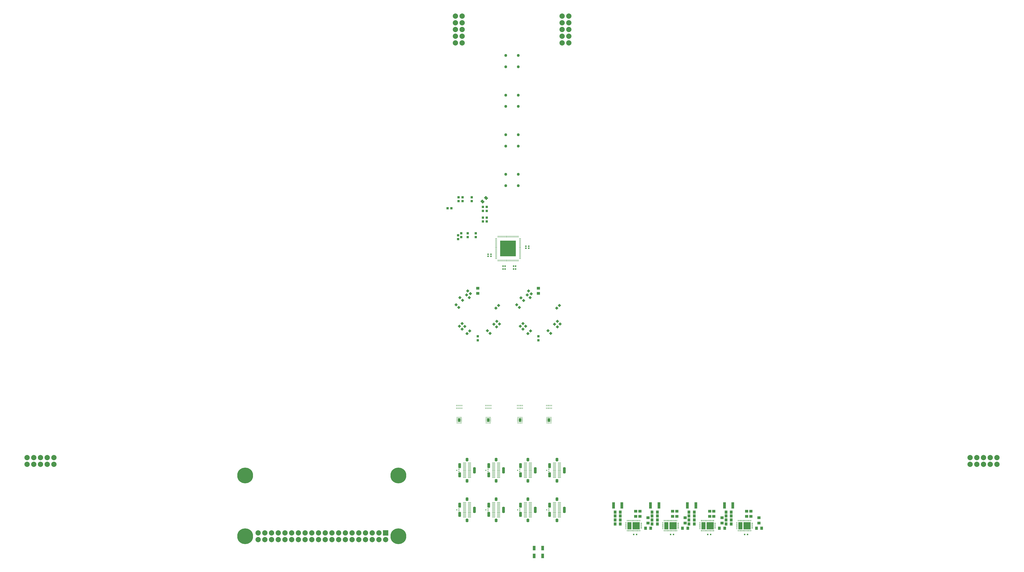
<source format=gbr>
%TF.GenerationSoftware,Altium Limited,Altium Designer,22.5.1 (42)*%
G04 Layer_Color=255*
%FSLAX26Y26*%
%MOIN*%
%TF.SameCoordinates,79F18A81-A5BF-4171-AD75-6FA3A7A6B408*%
%TF.FilePolarity,Positive*%
%TF.FileFunction,Pads,Bot*%
%TF.Part,Single*%
G01*
G75*
%TA.AperFunction,SMDPad,CuDef*%
%ADD13R,0.035433X0.033465*%
%ADD14R,0.023622X0.023622*%
%ADD15R,0.049213X0.039370*%
%ADD16R,0.023622X0.023622*%
%ADD19R,0.039370X0.070866*%
%ADD20R,0.043307X0.094488*%
%ADD21R,0.039370X0.049213*%
%ADD24R,0.007874X0.023622*%
%ADD25R,0.060236X0.107087*%
%ADD26R,0.107087X0.107087*%
%ADD27R,0.023622X0.009842*%
%ADD28R,0.023622X0.007874*%
G04:AMPARAMS|DCode=30|XSize=39.37mil|YSize=55.118mil|CornerRadius=0.984mil|HoleSize=0mil|Usage=FLASHONLY|Rotation=180.000|XOffset=0mil|YOffset=0mil|HoleType=Round|Shape=RoundedRectangle|*
%AMROUNDEDRECTD30*
21,1,0.039370,0.053150,0,0,180.0*
21,1,0.037402,0.055118,0,0,180.0*
1,1,0.001968,-0.018701,0.026575*
1,1,0.001968,0.018701,0.026575*
1,1,0.001968,0.018701,-0.026575*
1,1,0.001968,-0.018701,-0.026575*
%
%ADD30ROUNDEDRECTD30*%
G04:AMPARAMS|DCode=31|XSize=7.874mil|YSize=11.811mil|CornerRadius=0.984mil|HoleSize=0mil|Usage=FLASHONLY|Rotation=180.000|XOffset=0mil|YOffset=0mil|HoleType=Round|Shape=RoundedRectangle|*
%AMROUNDEDRECTD31*
21,1,0.007874,0.009843,0,0,180.0*
21,1,0.005906,0.011811,0,0,180.0*
1,1,0.001968,-0.002953,0.004921*
1,1,0.001968,0.002953,0.004921*
1,1,0.001968,0.002953,-0.004921*
1,1,0.001968,-0.002953,-0.004921*
%
%ADD31ROUNDEDRECTD31*%
G04:AMPARAMS|DCode=32|XSize=7.874mil|YSize=11.811mil|CornerRadius=0.984mil|HoleSize=0mil|Usage=FLASHONLY|Rotation=90.000|XOffset=0mil|YOffset=0mil|HoleType=Round|Shape=RoundedRectangle|*
%AMROUNDEDRECTD32*
21,1,0.007874,0.009843,0,0,90.0*
21,1,0.005906,0.011811,0,0,90.0*
1,1,0.001968,0.004921,0.002953*
1,1,0.001968,0.004921,-0.002953*
1,1,0.001968,-0.004921,-0.002953*
1,1,0.001968,-0.004921,0.002953*
%
%ADD32ROUNDEDRECTD32*%
%ADD34R,0.007874X0.018701*%
%ADD35R,0.033465X0.035433*%
G04:AMPARAMS|DCode=36|XSize=39.37mil|YSize=49.213mil|CornerRadius=0mil|HoleSize=0mil|Usage=FLASHONLY|Rotation=45.000|XOffset=0mil|YOffset=0mil|HoleType=Round|Shape=Rectangle|*
%AMROTATEDRECTD36*
4,1,4,0.003480,-0.031319,-0.031319,0.003480,-0.003480,0.031319,0.031319,-0.003480,0.003480,-0.031319,0.0*
%
%ADD36ROTATEDRECTD36*%

%ADD45R,0.027165X0.011024*%
%ADD46R,0.011024X0.027165*%
%TA.AperFunction,ComponentPad*%
%ADD64C,0.078740*%
%ADD65R,0.078740X0.078740*%
%ADD66C,0.236220*%
%ADD67C,0.043307*%
G04:AMPARAMS|DCode=68|XSize=51.181mil|YSize=39.37mil|CornerRadius=9.842mil|HoleSize=0mil|Usage=FLASHONLY|Rotation=90.000|XOffset=0mil|YOffset=0mil|HoleType=Round|Shape=RoundedRectangle|*
%AMROUNDEDRECTD68*
21,1,0.051181,0.019685,0,0,90.0*
21,1,0.031496,0.039370,0,0,90.0*
1,1,0.019685,0.009843,0.015748*
1,1,0.019685,0.009843,-0.015748*
1,1,0.019685,-0.009843,-0.015748*
1,1,0.019685,-0.009843,0.015748*
%
%ADD68ROUNDEDRECTD68*%
G04:AMPARAMS|DCode=69|XSize=90.551mil|YSize=39.37mil|CornerRadius=9.842mil|HoleSize=0mil|Usage=FLASHONLY|Rotation=90.000|XOffset=0mil|YOffset=0mil|HoleType=Round|Shape=RoundedRectangle|*
%AMROUNDEDRECTD69*
21,1,0.090551,0.019685,0,0,90.0*
21,1,0.070866,0.039370,0,0,90.0*
1,1,0.019685,0.009843,0.035433*
1,1,0.019685,0.009843,-0.035433*
1,1,0.019685,-0.009843,-0.035433*
1,1,0.019685,-0.009843,0.035433*
%
%ADD69ROUNDEDRECTD69*%
G04:AMPARAMS|DCode=70|XSize=74.803mil|YSize=39.37mil|CornerRadius=9.842mil|HoleSize=0mil|Usage=FLASHONLY|Rotation=270.000|XOffset=0mil|YOffset=0mil|HoleType=Round|Shape=RoundedRectangle|*
%AMROUNDEDRECTD70*
21,1,0.074803,0.019685,0,0,270.0*
21,1,0.055118,0.039370,0,0,270.0*
1,1,0.019685,-0.009843,-0.027559*
1,1,0.019685,-0.009843,0.027559*
1,1,0.019685,0.009843,0.027559*
1,1,0.019685,0.009843,-0.027559*
%
%ADD70ROUNDEDRECTD70*%
%TA.AperFunction,SMDPad,CuDef*%
G04:AMPARAMS|DCode=83|XSize=33.465mil|YSize=35.433mil|CornerRadius=0mil|HoleSize=0mil|Usage=FLASHONLY|Rotation=315.000|XOffset=0mil|YOffset=0mil|HoleType=Round|Shape=Rectangle|*
%AMROTATEDRECTD83*
4,1,4,-0.024359,-0.000696,0.000696,0.024359,0.024359,0.000696,-0.000696,-0.024359,-0.024359,-0.000696,0.0*
%
%ADD83ROTATEDRECTD83*%

G04:AMPARAMS|DCode=84|XSize=33.465mil|YSize=35.433mil|CornerRadius=0mil|HoleSize=0mil|Usage=FLASHONLY|Rotation=225.000|XOffset=0mil|YOffset=0mil|HoleType=Round|Shape=Rectangle|*
%AMROTATEDRECTD84*
4,1,4,-0.000696,0.024359,0.024359,-0.000696,0.000696,-0.024359,-0.024359,0.000696,-0.000696,0.024359,0.0*
%
%ADD84ROTATEDRECTD84*%

%ADD85R,0.236220X0.236220*%
%ADD86R,0.011811X0.011811*%
%ADD87R,0.045276X0.011024*%
D13*
X7273622Y8836614D02*
D03*
Y8779528D02*
D03*
X7332677Y8836614D02*
D03*
Y8779528D02*
D03*
X7470472Y8836614D02*
D03*
Y8779528D02*
D03*
X7411417Y8242126D02*
D03*
Y8299213D02*
D03*
X7268701Y8212598D02*
D03*
Y8269685D02*
D03*
X7529528Y8243110D02*
D03*
Y8300197D02*
D03*
X7312992Y8242126D02*
D03*
Y8299213D02*
D03*
X8464567Y6760827D02*
D03*
Y6703740D02*
D03*
X7559055Y6760827D02*
D03*
Y6703740D02*
D03*
D14*
X8125243Y7810039D02*
D03*
Y7766732D02*
D03*
X8095243Y7810039D02*
D03*
Y7766732D02*
D03*
X7967992Y7810039D02*
D03*
Y7766732D02*
D03*
X7937992Y7810039D02*
D03*
Y7766732D02*
D03*
D15*
X9913386Y4153543D02*
D03*
Y4074803D02*
D03*
X9976378Y4153543D02*
D03*
Y4074803D02*
D03*
X10464567Y4153543D02*
D03*
Y4074803D02*
D03*
X10649606Y4055118D02*
D03*
Y3976378D02*
D03*
X10527559Y4153543D02*
D03*
Y4074803D02*
D03*
X11078740Y4153543D02*
D03*
Y4074803D02*
D03*
X11015748Y4153543D02*
D03*
Y4074803D02*
D03*
X10098425Y4055118D02*
D03*
Y3976378D02*
D03*
X11200787Y4055118D02*
D03*
Y3976378D02*
D03*
X11566929Y4153543D02*
D03*
Y4074803D02*
D03*
X11629921Y4153543D02*
D03*
Y4074803D02*
D03*
X11751969Y4055118D02*
D03*
Y3976378D02*
D03*
X8464567Y7401575D02*
D03*
Y7480315D02*
D03*
X7559055Y7401575D02*
D03*
Y7480315D02*
D03*
D16*
X8277559Y8075520D02*
D03*
X8320866D02*
D03*
X10478346Y3807087D02*
D03*
X10435039D02*
D03*
X9927165D02*
D03*
X9883858D02*
D03*
X11029528D02*
D03*
X10986220D02*
D03*
X11580709D02*
D03*
X11537402D02*
D03*
X8320866Y8105520D02*
D03*
X8277559D02*
D03*
X7758858Y7987205D02*
D03*
X7715551D02*
D03*
X7758858Y7957205D02*
D03*
X7715551D02*
D03*
D19*
X8527559Y3602362D02*
D03*
X8401575D02*
D03*
X8527559Y3484252D02*
D03*
X8401575D02*
D03*
D20*
X9708661Y4238189D02*
D03*
X9582677D02*
D03*
X10259843D02*
D03*
X10133858D02*
D03*
X10811024D02*
D03*
X10685039D02*
D03*
X11362205D02*
D03*
X11236220D02*
D03*
D21*
X9606299Y3962598D02*
D03*
X9685039D02*
D03*
X9606299Y4021653D02*
D03*
X9685039D02*
D03*
X9606299Y4080709D02*
D03*
X9685039D02*
D03*
X9606299Y4139764D02*
D03*
X9685039D02*
D03*
X10157480Y3962598D02*
D03*
X10236220D02*
D03*
X10157480Y4139764D02*
D03*
X10236220D02*
D03*
X10157480Y4080709D02*
D03*
X10236220D02*
D03*
X10157480Y4021653D02*
D03*
X10236220D02*
D03*
X10688976Y3897638D02*
D03*
X10610236D02*
D03*
X10708661Y4021653D02*
D03*
X10787402D02*
D03*
X10708661Y3962598D02*
D03*
X10787402D02*
D03*
X10708661Y4139764D02*
D03*
X10787402D02*
D03*
X10708661Y4080709D02*
D03*
X10787402D02*
D03*
X10137795Y3897638D02*
D03*
X10059055D02*
D03*
X11240157D02*
D03*
X11161417D02*
D03*
X11259843Y4021654D02*
D03*
X11338583D02*
D03*
X11259843Y3962598D02*
D03*
X11338583D02*
D03*
X11259843Y4139764D02*
D03*
X11338583D02*
D03*
X11259843Y4080709D02*
D03*
X11338583D02*
D03*
X11791339Y3897638D02*
D03*
X11712598D02*
D03*
D24*
X10448819Y3862205D02*
D03*
X10527559Y4011811D02*
D03*
X10511811D02*
D03*
X10480315D02*
D03*
X10464567D02*
D03*
X10448819D02*
D03*
X10433071D02*
D03*
X10417323D02*
D03*
X10401575D02*
D03*
X10385827D02*
D03*
X10370079D02*
D03*
X10354331D02*
D03*
X10338583D02*
D03*
Y3862205D02*
D03*
X10354331D02*
D03*
X10370079D02*
D03*
X10385827D02*
D03*
X10401575D02*
D03*
X10417323D02*
D03*
X10433071D02*
D03*
X10464567D02*
D03*
X10480315D02*
D03*
X10496063D02*
D03*
X10511811D02*
D03*
X10527559D02*
D03*
X10496063Y4011811D02*
D03*
X9897638Y3862205D02*
D03*
X9976378Y4011811D02*
D03*
X9960630D02*
D03*
X9929134D02*
D03*
X9913386D02*
D03*
X9897638D02*
D03*
X9881890D02*
D03*
X9866142D02*
D03*
X9850394D02*
D03*
X9834646D02*
D03*
X9818898D02*
D03*
X9803149D02*
D03*
X9787401D02*
D03*
Y3862205D02*
D03*
X9803149D02*
D03*
X9818898D02*
D03*
X9834646D02*
D03*
X9850394D02*
D03*
X9866142D02*
D03*
X9881890D02*
D03*
X9913386D02*
D03*
X9929134D02*
D03*
X9944882D02*
D03*
X9960630D02*
D03*
X9976378D02*
D03*
X9944882Y4011811D02*
D03*
X11000000Y3862205D02*
D03*
X11078740Y4011811D02*
D03*
X11062992D02*
D03*
X11031496D02*
D03*
X11015748D02*
D03*
X11000000D02*
D03*
X10984252D02*
D03*
X10968504D02*
D03*
X10952756D02*
D03*
X10937008D02*
D03*
X10921260D02*
D03*
X10905512D02*
D03*
X10889764D02*
D03*
Y3862205D02*
D03*
X10905512D02*
D03*
X10921260D02*
D03*
X10937008D02*
D03*
X10952756D02*
D03*
X10968504D02*
D03*
X10984252D02*
D03*
X11015748D02*
D03*
X11031496D02*
D03*
X11047244D02*
D03*
X11062992D02*
D03*
X11078740D02*
D03*
X11047244Y4011811D02*
D03*
X11551181Y3862205D02*
D03*
X11629921Y4011811D02*
D03*
X11614173D02*
D03*
X11582677D02*
D03*
X11566929D02*
D03*
X11551181D02*
D03*
X11535433D02*
D03*
X11519685D02*
D03*
X11503937D02*
D03*
X11488189D02*
D03*
X11472441D02*
D03*
X11456693D02*
D03*
X11440945D02*
D03*
Y3862205D02*
D03*
X11456693D02*
D03*
X11472441D02*
D03*
X11488189D02*
D03*
X11503937D02*
D03*
X11519685D02*
D03*
X11535433D02*
D03*
X11566929D02*
D03*
X11582677D02*
D03*
X11598425D02*
D03*
X11614173D02*
D03*
X11629921D02*
D03*
X11598425Y4011811D02*
D03*
D25*
X10371654Y3937008D02*
D03*
X9820472D02*
D03*
X10922835D02*
D03*
X11474016D02*
D03*
D26*
X10471063D02*
D03*
X9919882D02*
D03*
X11022244D02*
D03*
X11573425D02*
D03*
D27*
X10318898Y3981299D02*
D03*
Y3892717D02*
D03*
X9767717Y3981299D02*
D03*
Y3892717D02*
D03*
X10870079Y3981299D02*
D03*
Y3892717D02*
D03*
X11421260Y3981299D02*
D03*
Y3892717D02*
D03*
D28*
X10318898Y3962599D02*
D03*
Y3944882D02*
D03*
Y3929134D02*
D03*
Y3911417D02*
D03*
X10547244Y3897638D02*
D03*
Y3913386D02*
D03*
Y3929134D02*
D03*
Y3944882D02*
D03*
Y3960630D02*
D03*
Y3976378D02*
D03*
X9767717Y3962599D02*
D03*
Y3944882D02*
D03*
Y3929134D02*
D03*
Y3911417D02*
D03*
X9996063Y3897638D02*
D03*
Y3913386D02*
D03*
Y3929134D02*
D03*
Y3944882D02*
D03*
Y3960630D02*
D03*
Y3976378D02*
D03*
X10870079Y3962599D02*
D03*
Y3944882D02*
D03*
Y3929134D02*
D03*
Y3911417D02*
D03*
X11098425Y3897638D02*
D03*
Y3913386D02*
D03*
Y3929134D02*
D03*
Y3944882D02*
D03*
Y3960630D02*
D03*
Y3976378D02*
D03*
X11421260Y3962599D02*
D03*
Y3944882D02*
D03*
Y3929134D02*
D03*
Y3911417D02*
D03*
X11649606Y3897638D02*
D03*
Y3913386D02*
D03*
Y3929134D02*
D03*
Y3944882D02*
D03*
Y3960630D02*
D03*
Y3976378D02*
D03*
D30*
X8188976Y5511811D02*
D03*
X8622047D02*
D03*
X7716535D02*
D03*
X7283465D02*
D03*
D31*
X8220472Y5470472D02*
D03*
X8204724D02*
D03*
X8188976D02*
D03*
X8173228D02*
D03*
X8157480D02*
D03*
Y5553150D02*
D03*
X8173228D02*
D03*
X8188976D02*
D03*
X8204724D02*
D03*
X8220472D02*
D03*
X8653543Y5470472D02*
D03*
X8637795D02*
D03*
X8622047D02*
D03*
X8606299D02*
D03*
X8590551D02*
D03*
Y5553150D02*
D03*
X8606299D02*
D03*
X8622047D02*
D03*
X8637795D02*
D03*
X8653543D02*
D03*
X7748032D02*
D03*
X7732283D02*
D03*
X7716535D02*
D03*
X7700788D02*
D03*
X7685039D02*
D03*
Y5470472D02*
D03*
X7700788D02*
D03*
X7716535D02*
D03*
X7732283D02*
D03*
X7748032D02*
D03*
X7314961D02*
D03*
X7299213D02*
D03*
X7283465D02*
D03*
X7267717D02*
D03*
X7251968D02*
D03*
Y5553150D02*
D03*
X7267717D02*
D03*
X7283465D02*
D03*
X7299213D02*
D03*
X7314961D02*
D03*
D32*
X8222441Y5535433D02*
D03*
Y5519685D02*
D03*
Y5503937D02*
D03*
Y5488189D02*
D03*
X8155512D02*
D03*
Y5503937D02*
D03*
Y5519685D02*
D03*
Y5535433D02*
D03*
X8655512D02*
D03*
Y5519685D02*
D03*
Y5503937D02*
D03*
Y5488189D02*
D03*
X8588583D02*
D03*
Y5503937D02*
D03*
Y5519685D02*
D03*
Y5535433D02*
D03*
X7683071D02*
D03*
Y5519685D02*
D03*
Y5503937D02*
D03*
Y5488189D02*
D03*
X7750000D02*
D03*
Y5503937D02*
D03*
Y5519685D02*
D03*
Y5535433D02*
D03*
X7316929D02*
D03*
Y5519685D02*
D03*
Y5503937D02*
D03*
Y5488189D02*
D03*
X7250000D02*
D03*
Y5503937D02*
D03*
Y5519685D02*
D03*
Y5535433D02*
D03*
D34*
X8661417Y5689961D02*
D03*
X8641732D02*
D03*
X8622047D02*
D03*
X8602362D02*
D03*
X8582677D02*
D03*
Y5727362D02*
D03*
X8602362D02*
D03*
X8622047D02*
D03*
X8641732D02*
D03*
X8661417D02*
D03*
X7322835Y5689961D02*
D03*
X7303150D02*
D03*
X7283465D02*
D03*
X7263780D02*
D03*
X7244095D02*
D03*
Y5727362D02*
D03*
X7263779D02*
D03*
X7283465D02*
D03*
X7303150D02*
D03*
X7322835D02*
D03*
X8228346Y5689961D02*
D03*
X8208662D02*
D03*
X8188976D02*
D03*
X8169291D02*
D03*
X8149606D02*
D03*
Y5727362D02*
D03*
X8169291D02*
D03*
X8188976D02*
D03*
X8208661D02*
D03*
X8228346D02*
D03*
X7755906Y5689961D02*
D03*
X7736221D02*
D03*
X7716535D02*
D03*
X7696850D02*
D03*
X7677165D02*
D03*
Y5727362D02*
D03*
X7696850D02*
D03*
X7716535D02*
D03*
X7736221D02*
D03*
X7755906D02*
D03*
D35*
X7693898Y8631890D02*
D03*
X7636811D02*
D03*
X7692913Y8533465D02*
D03*
X7635827D02*
D03*
X7692913Y8474409D02*
D03*
X7635827D02*
D03*
X7110236Y8671260D02*
D03*
X7167323D02*
D03*
X7693898Y8690945D02*
D03*
X7636811D02*
D03*
D36*
X7685319Y8827051D02*
D03*
X7629641Y8771374D02*
D03*
D45*
X8189958Y7923228D02*
D03*
Y7942913D02*
D03*
Y7962598D02*
D03*
Y7982283D02*
D03*
Y8001968D02*
D03*
Y8021654D02*
D03*
Y8041338D02*
D03*
Y8061024D02*
D03*
Y8218504D02*
D03*
Y8198819D02*
D03*
Y8179134D02*
D03*
Y8159449D02*
D03*
Y8139764D02*
D03*
Y8120079D02*
D03*
Y8100394D02*
D03*
Y8080709D02*
D03*
X7833659Y8218504D02*
D03*
Y8198819D02*
D03*
Y8179134D02*
D03*
Y8159449D02*
D03*
Y8139764D02*
D03*
Y8120079D02*
D03*
Y8100394D02*
D03*
Y8080709D02*
D03*
Y7923228D02*
D03*
Y7942913D02*
D03*
Y7962598D02*
D03*
Y7982283D02*
D03*
Y8001968D02*
D03*
Y8021654D02*
D03*
Y8041338D02*
D03*
Y8061024D02*
D03*
D46*
X8159446Y8249016D02*
D03*
X8139761D02*
D03*
X8120076D02*
D03*
X8100391D02*
D03*
X8080706D02*
D03*
X8061021D02*
D03*
X8041336D02*
D03*
X8021651D02*
D03*
X7864171D02*
D03*
X7883856D02*
D03*
X7903541D02*
D03*
X7923226D02*
D03*
X7942911D02*
D03*
X7962596D02*
D03*
X7982281D02*
D03*
X8001966D02*
D03*
X7864171Y7892717D02*
D03*
X7883856D02*
D03*
X7903541D02*
D03*
X7923226D02*
D03*
X7942911D02*
D03*
X7962596D02*
D03*
X7982281D02*
D03*
X8001966D02*
D03*
X8159446D02*
D03*
X8139761D02*
D03*
X8120076D02*
D03*
X8100391D02*
D03*
X8080706D02*
D03*
X8061021D02*
D03*
X8041336D02*
D03*
X8021651D02*
D03*
D64*
X5288543Y3830000D02*
D03*
X5188543D02*
D03*
X5088543D02*
D03*
X943307Y4851575D02*
D03*
X1143307D02*
D03*
X1043307D02*
D03*
X843307Y4951575D02*
D03*
X943307D02*
D03*
X1043307D02*
D03*
X1143307D02*
D03*
X1243307D02*
D03*
Y4851575D02*
D03*
X843307D02*
D03*
X7225591Y11538583D02*
D03*
Y11438583D02*
D03*
Y11338583D02*
D03*
Y11238583D02*
D03*
Y11138583D02*
D03*
X7325591D02*
D03*
Y11238583D02*
D03*
Y11338583D02*
D03*
Y11438583D02*
D03*
Y11538583D02*
D03*
X14898425Y4951575D02*
D03*
X14998425D02*
D03*
X15098425D02*
D03*
X15198425D02*
D03*
X15298425D02*
D03*
Y4851575D02*
D03*
X15198425D02*
D03*
X15098425D02*
D03*
X14998425D02*
D03*
X14898425D02*
D03*
X8916142Y11138583D02*
D03*
Y11238583D02*
D03*
Y11338583D02*
D03*
Y11438583D02*
D03*
Y11538583D02*
D03*
X8816142D02*
D03*
Y11438583D02*
D03*
Y11338583D02*
D03*
Y11238583D02*
D03*
Y11138583D02*
D03*
X6188543Y3730000D02*
D03*
X6088543Y3830000D02*
D03*
Y3730000D02*
D03*
X5988543Y3830000D02*
D03*
Y3730000D02*
D03*
X5888543Y3830000D02*
D03*
Y3730000D02*
D03*
X5788543Y3830000D02*
D03*
Y3730000D02*
D03*
X5688543Y3830000D02*
D03*
Y3730000D02*
D03*
X5588543Y3830000D02*
D03*
Y3730000D02*
D03*
X5488543Y3830000D02*
D03*
Y3730000D02*
D03*
X5388543Y3830000D02*
D03*
Y3730000D02*
D03*
X5288543D02*
D03*
X5188543D02*
D03*
X5088543D02*
D03*
X4988543Y3830000D02*
D03*
Y3730000D02*
D03*
X4888543Y3830000D02*
D03*
Y3730000D02*
D03*
X4788543Y3830000D02*
D03*
Y3730000D02*
D03*
X4688543Y3830000D02*
D03*
Y3730000D02*
D03*
X4588543Y3830000D02*
D03*
Y3730000D02*
D03*
X4488543Y3830000D02*
D03*
Y3730000D02*
D03*
X4388543Y3830000D02*
D03*
Y3730000D02*
D03*
X4288543Y3830000D02*
D03*
Y3730000D02*
D03*
D65*
X6188543Y3830000D02*
D03*
D66*
X6377953Y3779528D02*
D03*
X6377953Y4685039D02*
D03*
X4094488D02*
D03*
Y3779528D02*
D03*
D67*
X8165354Y10781496D02*
D03*
X7976378D02*
D03*
Y10950787D02*
D03*
X8165354D02*
D03*
Y10190945D02*
D03*
X7976378D02*
D03*
Y10360236D02*
D03*
X8165354D02*
D03*
Y9600394D02*
D03*
X7976378D02*
D03*
Y9769685D02*
D03*
X8165354D02*
D03*
Y9009843D02*
D03*
X7976378D02*
D03*
Y9179134D02*
D03*
X8165354D02*
D03*
D68*
X7401575Y4605905D02*
D03*
Y4921653D02*
D03*
X8307087Y4015354D02*
D03*
Y4331102D02*
D03*
X8740157Y4605905D02*
D03*
Y4921653D02*
D03*
X8307087Y4605905D02*
D03*
Y4921653D02*
D03*
X8740157Y4015354D02*
D03*
Y4331102D02*
D03*
X7834646Y4015354D02*
D03*
Y4331102D02*
D03*
Y4605905D02*
D03*
Y4921653D02*
D03*
X7401575Y4015354D02*
D03*
Y4331102D02*
D03*
D69*
X7511811Y4763779D02*
D03*
X8417323Y4173228D02*
D03*
X8850394Y4763779D02*
D03*
X8417323D02*
D03*
X8850394Y4173228D02*
D03*
X7944882D02*
D03*
Y4763779D02*
D03*
X7511811Y4173228D02*
D03*
D70*
X7291339Y4694882D02*
D03*
Y4832677D02*
D03*
X8196850Y4104331D02*
D03*
Y4242126D02*
D03*
X8629921Y4694882D02*
D03*
Y4832677D02*
D03*
X8196850Y4694882D02*
D03*
Y4832677D02*
D03*
X8629921Y4104331D02*
D03*
Y4242126D02*
D03*
X7724409Y4104331D02*
D03*
Y4242126D02*
D03*
Y4694882D02*
D03*
Y4832677D02*
D03*
X7291339Y4104331D02*
D03*
Y4242126D02*
D03*
D83*
X8746549Y6984750D02*
D03*
X8786915Y6944384D02*
D03*
X8242624Y7294777D02*
D03*
X8202258Y7335144D02*
D03*
X8357782Y7397140D02*
D03*
X8317415Y7437506D02*
D03*
X8705210Y6943412D02*
D03*
X8745577Y6903045D02*
D03*
X8607770Y6845971D02*
D03*
X8648136Y6805604D02*
D03*
X7333175Y7298714D02*
D03*
X7292809Y7339081D02*
D03*
X7702258Y6845971D02*
D03*
X7742624Y6805604D02*
D03*
X7799699Y6943412D02*
D03*
X7840065Y6903045D02*
D03*
X7843006Y6986719D02*
D03*
X7883372Y6946352D02*
D03*
X7451286Y7400092D02*
D03*
X7410919Y7440459D02*
D03*
X8339081Y7338084D02*
D03*
X8298714Y7378451D02*
D03*
X8181600Y7192415D02*
D03*
X8141234Y7232782D02*
D03*
X7433569Y7338084D02*
D03*
X7393203Y7378451D02*
D03*
X7276089Y7192415D02*
D03*
X7235722Y7232782D02*
D03*
D84*
X8275104Y6910931D02*
D03*
X8234738Y6870565D02*
D03*
X8233766Y6953254D02*
D03*
X8193399Y6912888D02*
D03*
X8346955Y6843018D02*
D03*
X8306588Y6802651D02*
D03*
X7368608Y6909947D02*
D03*
X7328242Y6869581D02*
D03*
X7439475Y6842034D02*
D03*
X7399108Y6801667D02*
D03*
X7327270Y6953254D02*
D03*
X7286903Y6912888D02*
D03*
X8735722Y7180604D02*
D03*
X8776089Y7220971D02*
D03*
X7830211Y7180604D02*
D03*
X7870577Y7220971D02*
D03*
D85*
X8011809Y8070866D02*
D03*
D86*
X7280512Y4777559D02*
D03*
Y4750000D02*
D03*
X7247047Y4763779D02*
D03*
X8186024Y4187008D02*
D03*
Y4159449D02*
D03*
X8152559Y4173228D02*
D03*
X8186024Y4777559D02*
D03*
Y4750000D02*
D03*
X8152559Y4763779D02*
D03*
X7713583Y4777559D02*
D03*
Y4750000D02*
D03*
X7680118Y4763779D02*
D03*
X8619094Y4187008D02*
D03*
Y4159449D02*
D03*
X8585630Y4173228D02*
D03*
X7713583Y4187008D02*
D03*
Y4159449D02*
D03*
X7680118Y4173228D02*
D03*
X8619094Y4777559D02*
D03*
Y4750000D02*
D03*
X8585630Y4763779D02*
D03*
X7280512Y4187008D02*
D03*
Y4159449D02*
D03*
X7247047Y4173228D02*
D03*
D87*
X7437992Y4655512D02*
D03*
Y4675197D02*
D03*
Y4694882D02*
D03*
Y4714567D02*
D03*
Y4734252D02*
D03*
Y4753937D02*
D03*
Y4773622D02*
D03*
Y4793307D02*
D03*
Y4812992D02*
D03*
Y4832677D02*
D03*
Y4852362D02*
D03*
Y4872047D02*
D03*
X7365158D02*
D03*
Y4852362D02*
D03*
Y4832677D02*
D03*
Y4812992D02*
D03*
Y4793307D02*
D03*
Y4773622D02*
D03*
Y4753937D02*
D03*
Y4734252D02*
D03*
Y4714567D02*
D03*
Y4694882D02*
D03*
Y4675197D02*
D03*
Y4655512D02*
D03*
X8343504Y4064961D02*
D03*
Y4084646D02*
D03*
Y4104331D02*
D03*
Y4124016D02*
D03*
Y4143701D02*
D03*
Y4163386D02*
D03*
Y4183071D02*
D03*
Y4202756D02*
D03*
Y4222441D02*
D03*
Y4242126D02*
D03*
Y4261811D02*
D03*
Y4281496D02*
D03*
X8270669D02*
D03*
Y4261811D02*
D03*
Y4242126D02*
D03*
Y4222441D02*
D03*
Y4202756D02*
D03*
Y4183071D02*
D03*
Y4163386D02*
D03*
Y4143701D02*
D03*
Y4124016D02*
D03*
Y4104331D02*
D03*
Y4084646D02*
D03*
Y4064961D02*
D03*
X8776575Y4655512D02*
D03*
Y4675197D02*
D03*
Y4694882D02*
D03*
Y4714567D02*
D03*
Y4734252D02*
D03*
Y4753937D02*
D03*
Y4773622D02*
D03*
Y4793307D02*
D03*
Y4812992D02*
D03*
Y4832677D02*
D03*
Y4852362D02*
D03*
Y4872047D02*
D03*
X8703740D02*
D03*
Y4852362D02*
D03*
Y4832677D02*
D03*
Y4812992D02*
D03*
Y4793307D02*
D03*
Y4773622D02*
D03*
Y4753937D02*
D03*
Y4734252D02*
D03*
Y4714567D02*
D03*
Y4694882D02*
D03*
Y4675197D02*
D03*
Y4655512D02*
D03*
X8343504D02*
D03*
Y4675197D02*
D03*
Y4694882D02*
D03*
Y4714567D02*
D03*
Y4734252D02*
D03*
Y4753937D02*
D03*
Y4773622D02*
D03*
Y4793307D02*
D03*
Y4812992D02*
D03*
Y4832677D02*
D03*
Y4852362D02*
D03*
Y4872047D02*
D03*
X8270669D02*
D03*
Y4852362D02*
D03*
Y4832677D02*
D03*
Y4812992D02*
D03*
Y4793307D02*
D03*
Y4773622D02*
D03*
Y4753937D02*
D03*
Y4734252D02*
D03*
Y4714567D02*
D03*
Y4694882D02*
D03*
Y4675197D02*
D03*
Y4655512D02*
D03*
X8776575Y4064961D02*
D03*
Y4084646D02*
D03*
Y4104331D02*
D03*
Y4124016D02*
D03*
Y4143701D02*
D03*
Y4163386D02*
D03*
Y4183071D02*
D03*
Y4202756D02*
D03*
Y4222441D02*
D03*
Y4242126D02*
D03*
Y4261811D02*
D03*
Y4281496D02*
D03*
X8703740D02*
D03*
Y4261811D02*
D03*
Y4242126D02*
D03*
Y4222441D02*
D03*
Y4202756D02*
D03*
Y4183071D02*
D03*
Y4163386D02*
D03*
Y4143701D02*
D03*
Y4124016D02*
D03*
Y4104331D02*
D03*
Y4084646D02*
D03*
Y4064961D02*
D03*
X7871063D02*
D03*
Y4084646D02*
D03*
Y4104331D02*
D03*
Y4124016D02*
D03*
Y4143701D02*
D03*
Y4163386D02*
D03*
Y4183071D02*
D03*
Y4202756D02*
D03*
Y4222441D02*
D03*
Y4242126D02*
D03*
Y4261811D02*
D03*
Y4281496D02*
D03*
X7798228D02*
D03*
Y4261811D02*
D03*
Y4242126D02*
D03*
Y4222441D02*
D03*
Y4202756D02*
D03*
Y4183071D02*
D03*
Y4163386D02*
D03*
Y4143701D02*
D03*
Y4124016D02*
D03*
Y4104331D02*
D03*
Y4084646D02*
D03*
Y4064961D02*
D03*
X7871063Y4655512D02*
D03*
Y4675197D02*
D03*
Y4694882D02*
D03*
Y4714567D02*
D03*
Y4734252D02*
D03*
Y4753937D02*
D03*
Y4773622D02*
D03*
Y4793307D02*
D03*
Y4812992D02*
D03*
Y4832677D02*
D03*
Y4852362D02*
D03*
Y4872047D02*
D03*
X7798228D02*
D03*
Y4852362D02*
D03*
Y4832677D02*
D03*
Y4812992D02*
D03*
Y4793307D02*
D03*
Y4773622D02*
D03*
Y4753937D02*
D03*
Y4734252D02*
D03*
Y4714567D02*
D03*
Y4694882D02*
D03*
Y4675197D02*
D03*
Y4655512D02*
D03*
X7437992Y4064961D02*
D03*
Y4084646D02*
D03*
Y4104331D02*
D03*
Y4124016D02*
D03*
Y4143701D02*
D03*
Y4163386D02*
D03*
Y4183071D02*
D03*
Y4202756D02*
D03*
Y4222441D02*
D03*
Y4242126D02*
D03*
Y4261811D02*
D03*
Y4281496D02*
D03*
X7365158D02*
D03*
Y4261811D02*
D03*
Y4242126D02*
D03*
Y4222441D02*
D03*
Y4202756D02*
D03*
Y4183071D02*
D03*
Y4163386D02*
D03*
Y4143701D02*
D03*
Y4124016D02*
D03*
Y4104331D02*
D03*
Y4084646D02*
D03*
Y4064961D02*
D03*
%TF.MD5,60440413b0a7a53e0b04d53c927484b6*%
M02*

</source>
